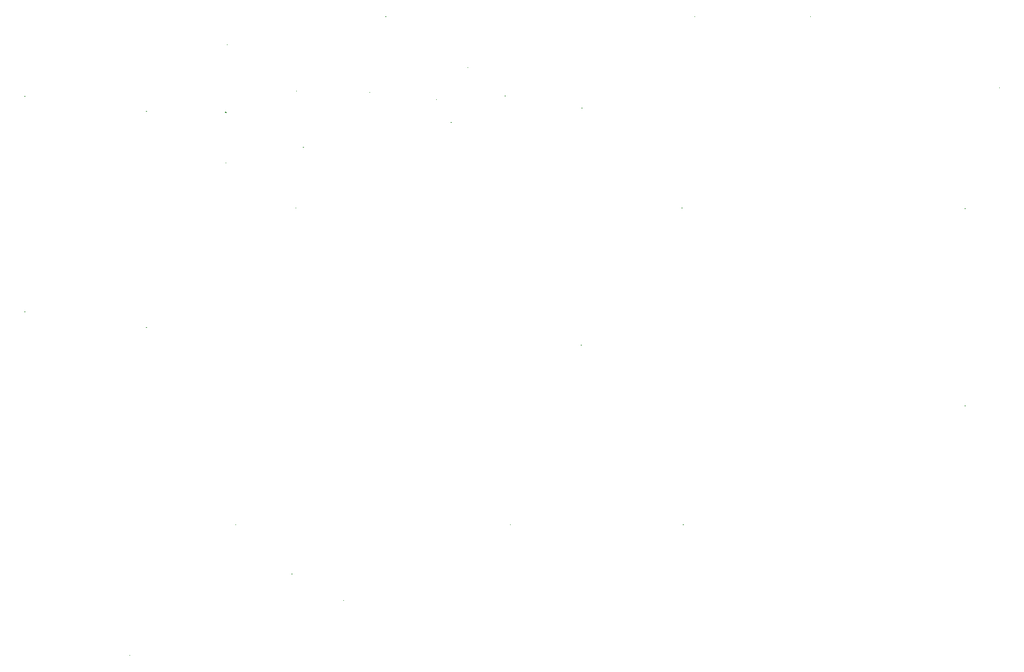
<source format=gbr>
%TF.GenerationSoftware,KiCad,Pcbnew,9.0.4*%
%TF.CreationDate,2025-10-09T22:00:13+02:00*%
%TF.ProjectId,Spikeling_v3.0,5370696b-656c-4696-9e67-5f76332e302e,rev?*%
%TF.SameCoordinates,Original*%
%TF.FileFunction,Other,User*%
%FSLAX46Y46*%
G04 Gerber Fmt 4.6, Leading zero omitted, Abs format (unit mm)*
G04 Created by KiCad (PCBNEW 9.0.4) date 2025-10-09 22:00:13*
%MOMM*%
%LPD*%
G01*
G04 APERTURE LIST*
%ADD10C,0.000000*%
G04 APERTURE END LIST*
D10*
%TO.C,VR2*%
G36*
X159825433Y-116127039D02*
G01*
X159825433Y-116172961D01*
X159792961Y-116205433D01*
X159747039Y-116205433D01*
X159714567Y-116172961D01*
X159714567Y-116127039D01*
X159747039Y-116094567D01*
X159792961Y-116094567D01*
X159825433Y-116127039D01*
G37*
%TO.C,U3*%
G36*
X132055433Y-75027039D02*
G01*
X132055433Y-75072961D01*
X132022961Y-75105433D01*
X131977039Y-75105433D01*
X131944567Y-75072961D01*
X131944567Y-75027039D01*
X131977039Y-74994567D01*
X132022961Y-74994567D01*
X132055433Y-75027039D01*
G37*
%TO.C,J4*%
G36*
X96955433Y-88477039D02*
G01*
X96955433Y-88522961D01*
X96922961Y-88555433D01*
X96877039Y-88555433D01*
X96844567Y-88522961D01*
X96844567Y-88477039D01*
X96877039Y-88444567D01*
X96922961Y-88444567D01*
X96955433Y-88477039D01*
G37*
%TO.C,J5*%
G36*
X218555433Y-133077039D02*
G01*
X218555433Y-133122961D01*
X218522961Y-133155433D01*
X218477039Y-133155433D01*
X218444567Y-133122961D01*
X218444567Y-133077039D01*
X218477039Y-133044567D01*
X218522961Y-133044567D01*
X218555433Y-133077039D01*
G37*
%TO.C,U6*%
G36*
X141635433Y-60047039D02*
G01*
X141635433Y-60092961D01*
X141602961Y-60125433D01*
X141557039Y-60125433D01*
X141524567Y-60092961D01*
X141524567Y-60047039D01*
X141557039Y-60014567D01*
X141602961Y-60014567D01*
X141635433Y-60047039D01*
G37*
%TO.C,U1*%
G36*
X169005433Y-92778039D02*
G01*
X169005433Y-92823961D01*
X168972961Y-92856433D01*
X168927039Y-92856433D01*
X168894567Y-92823961D01*
X168894567Y-92778039D01*
X168927039Y-92745567D01*
X168972961Y-92745567D01*
X169005433Y-92778039D01*
G37*
%TO.C,VR1*%
G36*
X124255433Y-116127039D02*
G01*
X124255433Y-116172961D01*
X124222961Y-116205433D01*
X124177039Y-116205433D01*
X124144567Y-116172961D01*
X124144567Y-116127039D01*
X124177039Y-116094567D01*
X124222961Y-116094567D01*
X124255433Y-116127039D01*
G37*
%TO.C,D4*%
G36*
X169105433Y-62052039D02*
G01*
X169105433Y-62097961D01*
X169072961Y-62130433D01*
X169027039Y-62130433D01*
X168994567Y-62097961D01*
X168994567Y-62052039D01*
X169027039Y-62019567D01*
X169072961Y-62019567D01*
X169105433Y-62052039D01*
G37*
%TO.C,SW5*%
G36*
X123178433Y-53889073D02*
G01*
X123178433Y-53934995D01*
X123145961Y-53967467D01*
X123100039Y-53967467D01*
X123067567Y-53934995D01*
X123067567Y-53889073D01*
X123100039Y-53856601D01*
X123145961Y-53856601D01*
X123178433Y-53889073D01*
G37*
%TO.C,VR5*%
G36*
X218705433Y-100727039D02*
G01*
X218705433Y-100772961D01*
X218672961Y-100805433D01*
X218627039Y-100805433D01*
X218594567Y-100772961D01*
X218594567Y-100727039D01*
X218627039Y-100694567D01*
X218672961Y-100694567D01*
X218705433Y-100727039D01*
G37*
%TO.C,Q1*%
G36*
X132155433Y-59891039D02*
G01*
X132155433Y-59936961D01*
X132122961Y-59969433D01*
X132077039Y-59969433D01*
X132044567Y-59936961D01*
X132044567Y-59891039D01*
X132077039Y-59858567D01*
X132122961Y-59858567D01*
X132155433Y-59891039D01*
G37*
%TO.C,U7*%
G36*
X133024433Y-67147039D02*
G01*
X133024433Y-67192961D01*
X132991961Y-67225433D01*
X132946039Y-67225433D01*
X132913567Y-67192961D01*
X132913567Y-67147039D01*
X132946039Y-67114567D01*
X132991961Y-67114567D01*
X133024433Y-67147039D01*
G37*
%TO.C,U5*%
G36*
X131555433Y-122502039D02*
G01*
X131555433Y-122547961D01*
X131522961Y-122580433D01*
X131477039Y-122580433D01*
X131444567Y-122547961D01*
X131444567Y-122502039D01*
X131477039Y-122469567D01*
X131522961Y-122469567D01*
X131555433Y-122502039D01*
G37*
%TO.C,U9*%
G36*
X154330433Y-56857039D02*
G01*
X154330433Y-56902961D01*
X154297961Y-56935433D01*
X154252039Y-56935433D01*
X154219567Y-56902961D01*
X154219567Y-56857039D01*
X154252039Y-56824567D01*
X154297961Y-56824567D01*
X154330433Y-56857039D01*
G37*
%TO.C,J6*%
G36*
X223155433Y-59477039D02*
G01*
X223155433Y-59522961D01*
X223122961Y-59555433D01*
X223077039Y-59555433D01*
X223044567Y-59522961D01*
X223044567Y-59477039D01*
X223077039Y-59444567D01*
X223122961Y-59444567D01*
X223155433Y-59477039D01*
G37*
%TO.C,J3*%
G36*
X96955433Y-60577039D02*
G01*
X96955433Y-60622961D01*
X96922961Y-60655433D01*
X96877039Y-60655433D01*
X96844567Y-60622961D01*
X96844567Y-60577039D01*
X96877039Y-60544567D01*
X96922961Y-60544567D01*
X96955433Y-60577039D01*
G37*
%TO.C,SW3*%
G36*
X183705433Y-50227039D02*
G01*
X183705433Y-50272961D01*
X183672961Y-50305433D01*
X183627039Y-50305433D01*
X183594567Y-50272961D01*
X183594567Y-50227039D01*
X183627039Y-50194567D01*
X183672961Y-50194567D01*
X183705433Y-50227039D01*
G37*
%TO.C,SW2*%
G36*
X143705433Y-50227039D02*
G01*
X143705433Y-50272961D01*
X143672961Y-50305433D01*
X143627039Y-50305433D01*
X143594567Y-50272961D01*
X143594567Y-50227039D01*
X143627039Y-50194567D01*
X143672961Y-50194567D01*
X143705433Y-50227039D01*
G37*
%TO.C,D3*%
G36*
X138205433Y-125927039D02*
G01*
X138205433Y-125972961D01*
X138172961Y-126005433D01*
X138127039Y-126005433D01*
X138094567Y-125972961D01*
X138094567Y-125927039D01*
X138127039Y-125894567D01*
X138172961Y-125894567D01*
X138205433Y-125927039D01*
G37*
%TO.C,U10*%
G36*
X150255433Y-60977039D02*
G01*
X150255433Y-61022961D01*
X150222961Y-61055433D01*
X150177039Y-61055433D01*
X150144567Y-61022961D01*
X150144567Y-60977039D01*
X150177039Y-60944567D01*
X150222961Y-60944567D01*
X150255433Y-60977039D01*
G37*
%TO.C,VR6*%
G36*
X112705433Y-62527039D02*
G01*
X112705433Y-62572961D01*
X112672961Y-62605433D01*
X112627039Y-62605433D01*
X112594567Y-62572961D01*
X112594567Y-62527039D01*
X112627039Y-62494567D01*
X112672961Y-62494567D01*
X112705433Y-62527039D01*
G37*
%TO.C,VR4*%
G36*
X218705433Y-75099039D02*
G01*
X218705433Y-75144961D01*
X218672961Y-75177433D01*
X218627039Y-75177433D01*
X218594567Y-75144961D01*
X218594567Y-75099039D01*
X218627039Y-75066567D01*
X218672961Y-75066567D01*
X218705433Y-75099039D01*
G37*
%TO.C,L1*%
G36*
X152155433Y-63969539D02*
G01*
X152155433Y-64015461D01*
X152122961Y-64047933D01*
X152077039Y-64047933D01*
X152044567Y-64015461D01*
X152044567Y-63969539D01*
X152077039Y-63937067D01*
X152122961Y-63937067D01*
X152155433Y-63969539D01*
G37*
%TO.C,U4*%
G36*
X182055433Y-75027039D02*
G01*
X182055433Y-75072961D01*
X182022961Y-75105433D01*
X181977039Y-75105433D01*
X181944567Y-75072961D01*
X181944567Y-75027039D01*
X181977039Y-74994567D01*
X182022961Y-74994567D01*
X182055433Y-75027039D01*
G37*
%TO.C,VR3*%
G36*
X182205433Y-116127039D02*
G01*
X182205433Y-116172961D01*
X182172961Y-116205433D01*
X182127039Y-116205433D01*
X182094567Y-116172961D01*
X182094567Y-116127039D01*
X182127039Y-116094567D01*
X182172961Y-116094567D01*
X182205433Y-116127039D01*
G37*
%TO.C,SW4*%
G36*
X198705433Y-50227039D02*
G01*
X198705433Y-50272961D01*
X198672961Y-50305433D01*
X198627039Y-50305433D01*
X198594567Y-50272961D01*
X198594567Y-50227039D01*
X198627039Y-50194567D01*
X198672961Y-50194567D01*
X198705433Y-50227039D01*
G37*
%TO.C,U8*%
G36*
X122985557Y-62592853D02*
G01*
X123013147Y-62620443D01*
X123028079Y-62656491D01*
X123028079Y-62695509D01*
X123013147Y-62731557D01*
X122985557Y-62759147D01*
X122949509Y-62774079D01*
X122910491Y-62774079D01*
X122874443Y-62759147D01*
X122846853Y-62731557D01*
X122831921Y-62695509D01*
X122831921Y-62656491D01*
X122846853Y-62620443D01*
X122874443Y-62592853D01*
X122910491Y-62577921D01*
X122949509Y-62577921D01*
X122985557Y-62592853D01*
G37*
%TO.C,VR7*%
G36*
X112705433Y-90527039D02*
G01*
X112705433Y-90572961D01*
X112672961Y-90605433D01*
X112627039Y-90605433D01*
X112594567Y-90572961D01*
X112594567Y-90527039D01*
X112627039Y-90494567D01*
X112672961Y-90494567D01*
X112705433Y-90527039D01*
G37*
%TO.C,J2*%
G36*
X110555433Y-133077039D02*
G01*
X110555433Y-133122961D01*
X110522961Y-133155433D01*
X110477039Y-133155433D01*
X110444567Y-133122961D01*
X110444567Y-133077039D01*
X110477039Y-133044567D01*
X110522961Y-133044567D01*
X110555433Y-133077039D01*
G37*
%TO.C,U12*%
G36*
X122975433Y-69217039D02*
G01*
X122975433Y-69262961D01*
X122942961Y-69295433D01*
X122897039Y-69295433D01*
X122864567Y-69262961D01*
X122864567Y-69217039D01*
X122897039Y-69184567D01*
X122942961Y-69184567D01*
X122975433Y-69217039D01*
G37*
%TO.C,TV1*%
G36*
X159165433Y-60527039D02*
G01*
X159165433Y-60572961D01*
X159132961Y-60605433D01*
X159087039Y-60605433D01*
X159054567Y-60572961D01*
X159054567Y-60527039D01*
X159087039Y-60494567D01*
X159132961Y-60494567D01*
X159165433Y-60527039D01*
G37*
%TD*%
M02*

</source>
